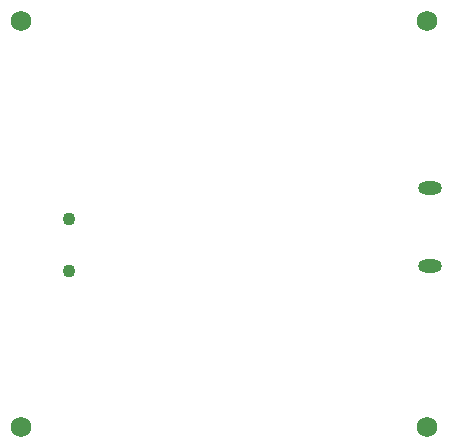
<source format=gbs>
G04*
G04 #@! TF.GenerationSoftware,Altium Limited,Altium Designer,19.1.5 (86)*
G04*
G04 Layer_Color=16711935*
%FSLAX25Y25*%
%MOIN*%
G70*
G01*
G75*
%ADD43C,0.04343*%
%ADD44O,0.07887X0.04343*%
%ADD45C,0.02769*%
%ADD46C,0.06800*%
D43*
X23500Y59677D02*
D03*
Y77000D02*
D03*
D44*
X144000Y87268D02*
D03*
Y61283D02*
D03*
D45*
Y87268D02*
D03*
Y61283D02*
D03*
D46*
X7500Y7500D02*
D03*
Y143000D02*
D03*
X143000D02*
D03*
Y7500D02*
D03*
M02*

</source>
